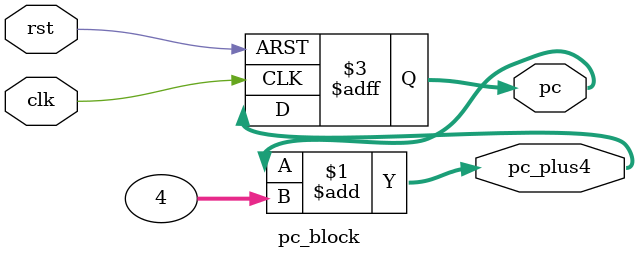
<source format=v>
/*module pc_block (
    input  wire        clk,
    input  wire        rst,
    output reg  [31:0] pc
);

    reg [31:0] pc_next;

    // Next PC logic (combinational)
    always @(*) begin
        pc_next = pc + 32'd4;
    end

    // PC register (sequential)
    always @(posedge clk or posedge rst) begin
        if (rst)
            pc <= 32'd0;      // Start at PC = 0
        else
            pc <= pc_next;   // PC = PC + 4
    end

endmodule*/


module pc_block (
    input  wire        clk,
    input  wire        rst,
    output reg  [31:0] pc,
    output wire [31:0] pc_plus4
);

    assign pc_plus4 = pc + 32'd4;

    always @(posedge clk or posedge rst) begin
        if (rst)
            pc <= 32'd0;      // Start at PC = 0
        else
            pc <= pc_plus4;  // PC = PC + 4
    end

endmodule


</source>
